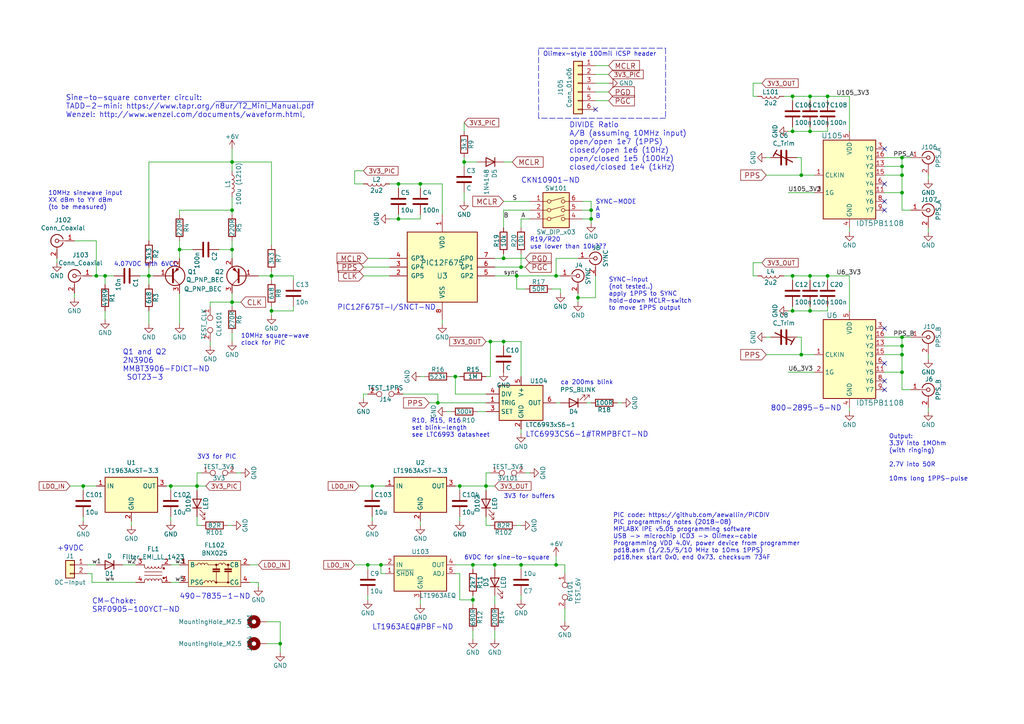
<source format=kicad_sch>
(kicad_sch (version 20211123) (generator eeschema)
  (paper "A4")
  (title_block (title "PICDIV - PPS-board - v3") (rev "2019-01") (company "anders.e.e.wallin \"at\" gmail.com") (comment 1 "2018-08-01 first proto-boards order") (comment 2 "2018-08 revision based on first protoboard, second protoboard run") (comment 3 "2019-01 version3 design, publish on github"))
  (junction (at 229.87 27.94))
  (junction (at 229.87 90.17))
  (junction (at 229.87 80.01))
  (junction (at 229.87 38.1))
  (junction (at 149.86 80.01))
  (junction (at 171.45 63.5))
  (junction (at 121.92 53.34))
  (junction (at 142.24 99.06))
  (junction (at 234.95 27.94))
  (junction (at 137.16 163.83))
  (junction (at 167.64 86.36))
  (junction (at 30.48 80.01))
  (junction (at 261.62 102.87))
  (junction (at 146.05 99.06))
  (junction (at 67.31 87.63))
  (junction (at 234.95 90.17))
  (junction (at 232.41 50.8))
  (junction (at 67.31 60.96))
  (junction (at 78.74 90.17))
  (junction (at 52.07 72.39))
  (junction (at 67.31 46.99))
  (junction (at 110.49 163.83))
  (junction (at 234.95 38.1))
  (junction (at 134.62 46.99))
  (junction (at 137.16 173.99))
  (junction (at 132.08 109.22))
  (junction (at 57.15 140.97))
  (junction (at 78.74 80.01))
  (junction (at 81.28 186.69))
  (junction (at 43.18 80.01))
  (junction (at 161.29 163.83))
  (junction (at 140.97 140.97))
  (junction (at 261.62 48.26))
  (junction (at 151.13 77.47))
  (junction (at 240.03 80.01))
  (junction (at 49.53 140.97))
  (junction (at 232.41 102.87))
  (junction (at 261.62 97.79))
  (junction (at 107.95 140.97))
  (junction (at 24.13 140.97))
  (junction (at 161.29 80.01))
  (junction (at 261.62 50.8))
  (junction (at 67.31 72.39))
  (junction (at 127 116.84))
  (junction (at 115.57 63.5))
  (junction (at 171.45 60.96))
  (junction (at 146.05 74.93))
  (junction (at 234.95 80.01))
  (junction (at 143.51 163.83))
  (junction (at 240.03 27.94))
  (junction (at 133.35 140.97))
  (junction (at 151.13 163.83))
  (junction (at 261.62 45.72))
  (junction (at 27.94 80.01))
  (junction (at 261.62 100.33))
  (junction (at 261.62 55.88))
  (junction (at 261.62 107.95))
  (junction (at 106.68 163.83))
  (junction (at 115.57 53.34))
  (no_connect (at 256.54 53.34))
  (no_connect (at 256.54 58.42))
  (no_connect (at 256.54 43.18))
  (no_connect (at 172.72 31.75))
  (no_connect (at 256.54 113.03))
  (no_connect (at 256.54 95.25))
  (no_connect (at 256.54 105.41))
  (no_connect (at 256.54 110.49))
  (no_connect (at 256.54 60.96))
  (wire (pts (xy 234.95 36.83) (xy 234.95 38.1)))
  (wire (pts (xy 161.29 80.01) (xy 149.86 80.01)))
  (wire (pts (xy 30.48 82.55) (xy 30.48 80.01)))
  (wire (pts (xy 176.53 21.59) (xy 172.72 21.59)))
  (wire (pts (xy 81.28 180.34) (xy 81.28 186.69)))
  (wire (pts (xy 256.54 45.72) (xy 261.62 45.72)))
  (wire (pts (xy 171.45 63.5) (xy 171.45 64.77)))
  (wire (pts (xy 151.13 125.73) (xy 151.13 124.46)))
  (wire (pts (xy 176.53 19.05) (xy 172.72 19.05)))
  (wire (pts (xy 240.03 90.17) (xy 240.03 88.9)))
  (polyline (pts (xy 156.21 13.97) (xy 193.04 13.97)))
  (wire (pts (xy 171.45 116.84) (xy 170.18 116.84)))
  (wire (pts (xy 140.97 99.06) (xy 142.24 99.06)))
  (wire (pts (xy 261.62 55.88) (xy 261.62 50.8)))
  (wire (pts (xy 148.59 46.99) (xy 146.05 46.99)))
  (wire (pts (xy 140.97 119.38) (xy 138.43 119.38)))
  (wire (pts (xy 106.68 163.83) (xy 102.87 163.83)))
  (wire (pts (xy 27.94 140.97) (xy 24.13 140.97)))
  (wire (pts (xy 21.59 86.36) (xy 21.59 85.09)))
  (wire (pts (xy 162.56 83.82) (xy 160.02 83.82)))
  (wire (pts (xy 261.62 60.96) (xy 261.62 55.88)))
  (wire (pts (xy 152.4 74.93) (xy 146.05 74.93)))
  (wire (pts (xy 78.74 71.12) (xy 78.74 46.99)))
  (wire (pts (xy 151.13 109.22) (xy 151.13 99.06)))
  (wire (pts (xy 234.95 38.1) (xy 240.03 38.1)))
  (wire (pts (xy 132.08 163.83) (xy 137.16 163.83)))
  (wire (pts (xy 261.62 45.72) (xy 264.16 45.72)))
  (wire (pts (xy 52.07 168.91) (xy 49.53 168.91)))
  (wire (pts (xy 264.16 60.96) (xy 261.62 60.96)))
  (wire (pts (xy 228.6 90.17) (xy 229.87 90.17)))
  (wire (pts (xy 246.38 119.38) (xy 246.38 118.11)))
  (wire (pts (xy 223.52 97.79) (xy 222.25 97.79)))
  (wire (pts (xy 74.93 80.01) (xy 78.74 80.01)))
  (wire (pts (xy 39.37 163.83) (xy 35.56 163.83)))
  (wire (pts (xy 256.54 107.95) (xy 261.62 107.95)))
  (wire (pts (xy 161.29 163.83) (xy 161.29 161.29)))
  (polyline (pts (xy 193.04 13.97) (xy 193.04 34.29)))
  (wire (pts (xy 78.74 80.01) (xy 85.09 80.01)))
  (wire (pts (xy 67.31 99.06) (xy 67.31 96.52)))
  (wire (pts (xy 25.4 163.83) (xy 27.94 163.83)))
  (wire (pts (xy 143.51 77.47) (xy 151.13 77.47)))
  (wire (pts (xy 261.62 107.95) (xy 261.62 102.87)))
  (wire (pts (xy 229.87 36.83) (xy 229.87 38.1)))
  (wire (pts (xy 246.38 80.01) (xy 240.03 80.01)))
  (wire (pts (xy 27.94 80.01) (xy 30.48 80.01)))
  (wire (pts (xy 134.62 45.72) (xy 134.62 46.99)))
  (wire (pts (xy 55.88 72.39) (xy 52.07 72.39)))
  (wire (pts (xy 128.27 93.98) (xy 128.27 92.71)))
  (wire (pts (xy 240.03 80.01) (xy 234.95 80.01)))
  (wire (pts (xy 143.51 185.42) (xy 143.51 182.88)))
  (wire (pts (xy 78.74 78.74) (xy 78.74 80.01)))
  (wire (pts (xy 140.97 140.97) (xy 140.97 142.24)))
  (wire (pts (xy 151.13 152.4) (xy 149.86 152.4)))
  (wire (pts (xy 111.76 163.83) (xy 110.49 163.83)))
  (wire (pts (xy 113.03 77.47) (xy 105.41 77.47)))
  (wire (pts (xy 151.13 173.99) (xy 151.13 172.72)))
  (wire (pts (xy 121.92 62.23) (xy 121.92 63.5)))
  (wire (pts (xy 168.91 58.42) (xy 171.45 58.42)))
  (wire (pts (xy 43.18 80.01) (xy 43.18 82.55)))
  (wire (pts (xy 163.83 163.83) (xy 163.83 166.37)))
  (wire (pts (xy 246.38 27.94) (xy 240.03 27.94)))
  (wire (pts (xy 142.24 109.22) (xy 140.97 109.22)))
  (wire (pts (xy 52.07 60.96) (xy 67.31 60.96)))
  (wire (pts (xy 16.51 76.2) (xy 16.51 74.93)))
  (wire (pts (xy 138.43 46.99) (xy 134.62 46.99)))
  (wire (pts (xy 261.62 102.87) (xy 261.62 100.33)))
  (wire (pts (xy 26.67 166.37) (xy 25.4 166.37)))
  (wire (pts (xy 229.87 81.28) (xy 229.87 80.01)))
  (wire (pts (xy 229.87 90.17) (xy 234.95 90.17)))
  (wire (pts (xy 102.87 53.34) (xy 105.41 53.34)))
  (wire (pts (xy 140.97 116.84) (xy 127 116.84)))
  (wire (pts (xy 232.41 102.87) (xy 222.25 102.87)))
  (wire (pts (xy 231.14 45.72) (xy 232.41 45.72)))
  (wire (pts (xy 161.29 74.93) (xy 161.29 80.01)))
  (wire (pts (xy 72.39 168.91) (xy 74.93 168.91)))
  (wire (pts (xy 137.16 173.99) (xy 137.16 175.26)))
  (wire (pts (xy 49.53 140.97) (xy 49.53 142.24)))
  (wire (pts (xy 40.64 80.01) (xy 43.18 80.01)))
  (wire (pts (xy 43.18 46.99) (xy 43.18 69.85)))
  (wire (pts (xy 52.07 60.96) (xy 52.07 62.23)))
  (wire (pts (xy 106.68 173.99) (xy 106.68 172.72)))
  (wire (pts (xy 49.53 140.97) (xy 57.15 140.97)))
  (wire (pts (xy 149.86 80.01) (xy 143.51 80.01)))
  (wire (pts (xy 67.31 152.4) (xy 66.04 152.4)))
  (wire (pts (xy 149.86 83.82) (xy 149.86 80.01)))
  (wire (pts (xy 142.24 99.06) (xy 146.05 99.06)))
  (wire (pts (xy 143.51 74.93) (xy 146.05 74.93)))
  (wire (pts (xy 143.51 163.83) (xy 151.13 163.83)))
  (wire (pts (xy 151.13 99.06) (xy 146.05 99.06)))
  (wire (pts (xy 133.35 173.99) (xy 137.16 173.99)))
  (wire (pts (xy 132.08 109.22) (xy 130.81 109.22)))
  (wire (pts (xy 232.41 50.8) (xy 222.25 50.8)))
  (wire (pts (xy 163.83 180.34) (xy 163.83 176.53)))
  (wire (pts (xy 21.59 69.85) (xy 27.94 69.85)))
  (wire (pts (xy 153.67 63.5) (xy 151.13 63.5)))
  (polyline (pts (xy 156.21 34.29) (xy 156.21 13.97)))
  (wire (pts (xy 142.24 99.06) (xy 142.24 109.22)))
  (wire (pts (xy 220.98 24.13) (xy 218.44 24.13)))
  (wire (pts (xy 113.03 74.93) (xy 106.68 74.93)))
  (wire (pts (xy 67.31 57.15) (xy 67.31 60.96)))
  (wire (pts (xy 102.87 49.53) (xy 102.87 53.34)))
  (wire (pts (xy 261.62 100.33) (xy 261.62 97.79)))
  (wire (pts (xy 151.13 163.83) (xy 151.13 165.1)))
  (wire (pts (xy 140.97 137.16) (xy 140.97 140.97)))
  (wire (pts (xy 261.62 48.26) (xy 261.62 45.72)))
  (wire (pts (xy 67.31 69.85) (xy 67.31 72.39)))
  (wire (pts (xy 256.54 50.8) (xy 261.62 50.8)))
  (wire (pts (xy 143.51 140.97) (xy 140.97 140.97)))
  (wire (pts (xy 229.87 88.9) (xy 229.87 90.17)))
  (wire (pts (xy 137.16 172.72) (xy 137.16 173.99)))
  (wire (pts (xy 132.08 166.37) (xy 133.35 166.37)))
  (wire (pts (xy 43.18 77.47) (xy 43.18 80.01)))
  (wire (pts (xy 133.35 151.13) (xy 133.35 149.86)))
  (wire (pts (xy 106.68 165.1) (xy 106.68 163.83)))
  (wire (pts (xy 121.92 63.5) (xy 115.57 63.5)))
  (wire (pts (xy 121.92 152.4) (xy 121.92 151.13)))
  (wire (pts (xy 105.41 114.3) (xy 105.41 115.57)))
  (wire (pts (xy 58.42 137.16) (xy 57.15 137.16)))
  (wire (pts (xy 127 114.3) (xy 127 116.84)))
  (wire (pts (xy 153.67 58.42) (xy 146.05 58.42)))
  (wire (pts (xy 146.05 74.93) (xy 146.05 73.66)))
  (wire (pts (xy 107.95 142.24) (xy 107.95 140.97)))
  (wire (pts (xy 264.16 113.03) (xy 261.62 113.03)))
  (wire (pts (xy 67.31 60.96) (xy 67.31 62.23)))
  (wire (pts (xy 107.95 151.13) (xy 107.95 149.86)))
  (wire (pts (xy 26.67 168.91) (xy 26.67 166.37)))
  (wire (pts (xy 116.84 114.3) (xy 127 114.3)))
  (wire (pts (xy 68.58 137.16) (xy 69.85 137.16)))
  (wire (pts (xy 256.54 100.33) (xy 261.62 100.33)))
  (wire (pts (xy 246.38 67.31) (xy 246.38 66.04)))
  (wire (pts (xy 261.62 97.79) (xy 264.16 97.79)))
  (wire (pts (xy 52.07 72.39) (xy 52.07 74.93)))
  (wire (pts (xy 256.54 97.79) (xy 261.62 97.79)))
  (wire (pts (xy 168.91 60.96) (xy 171.45 60.96)))
  (wire (pts (xy 67.31 87.63) (xy 67.31 88.9)))
  (wire (pts (xy 77.47 186.69) (xy 81.28 186.69)))
  (wire (pts (xy 246.38 38.1) (xy 246.38 27.94)))
  (wire (pts (xy 167.64 86.36) (xy 167.64 87.63)))
  (wire (pts (xy 130.81 119.38) (xy 129.54 119.38)))
  (wire (pts (xy 229.87 38.1) (xy 234.95 38.1)))
  (wire (pts (xy 232.41 45.72) (xy 232.41 50.8)))
  (wire (pts (xy 143.51 175.26) (xy 143.51 172.72)))
  (wire (pts (xy 133.35 140.97) (xy 140.97 140.97)))
  (wire (pts (xy 67.31 43.18) (xy 67.31 46.99)))
  (wire (pts (xy 127 116.84) (xy 124.46 116.84)))
  (wire (pts (xy 137.16 163.83) (xy 143.51 163.83)))
  (wire (pts (xy 234.95 88.9) (xy 234.95 90.17)))
  (wire (pts (xy 269.24 52.07) (xy 269.24 50.8)))
  (wire (pts (xy 234.95 81.28) (xy 234.95 80.01)))
  (wire (pts (xy 153.67 60.96) (xy 146.05 60.96)))
  (wire (pts (xy 269.24 104.14) (xy 269.24 102.87)))
  (wire (pts (xy 229.87 29.21) (xy 229.87 27.94)))
  (wire (pts (xy 240.03 27.94) (xy 234.95 27.94)))
  (wire (pts (xy 176.53 29.21) (xy 172.72 29.21)))
  (wire (pts (xy 234.95 27.94) (xy 229.87 27.94)))
  (wire (pts (xy 152.4 77.47) (xy 151.13 77.47)))
  (wire (pts (xy 232.41 97.79) (xy 232.41 102.87)))
  (wire (pts (xy 113.03 53.34) (xy 115.57 53.34)))
  (wire (pts (xy 146.05 60.96) (xy 146.05 66.04)))
  (wire (pts (xy 24.13 142.24) (xy 24.13 140.97)))
  (wire (pts (xy 132.08 140.97) (xy 133.35 140.97)))
  (wire (pts (xy 24.13 151.13) (xy 24.13 149.86)))
  (wire (pts (xy 228.6 38.1) (xy 229.87 38.1)))
  (wire (pts (xy 110.49 166.37) (xy 110.49 163.83)))
  (wire (pts (xy 161.29 163.83) (xy 163.83 163.83)))
  (wire (pts (xy 115.57 53.34) (xy 121.92 53.34)))
  (wire (pts (xy 256.54 48.26) (xy 261.62 48.26)))
  (wire (pts (xy 137.16 185.42) (xy 137.16 182.88)))
  (wire (pts (xy 132.08 114.3) (xy 140.97 114.3)))
  (wire (pts (xy 78.74 91.44) (xy 78.74 90.17)))
  (wire (pts (xy 220.98 76.2) (xy 218.44 76.2)))
  (wire (pts (xy 43.18 80.01) (xy 44.45 80.01)))
  (wire (pts (xy 146.05 99.06) (xy 146.05 100.33)))
  (wire (pts (xy 151.13 63.5) (xy 151.13 66.04)))
  (wire (pts (xy 133.35 140.97) (xy 133.35 142.24)))
  (wire (pts (xy 59.69 140.97) (xy 57.15 140.97)))
  (wire (pts (xy 134.62 58.42) (xy 134.62 55.88)))
  (wire (pts (xy 223.52 45.72) (xy 222.25 45.72)))
  (wire (pts (xy 52.07 85.09) (xy 52.07 93.98)))
  (wire (pts (xy 151.13 163.83) (xy 161.29 163.83)))
  (wire (pts (xy 234.95 80.01) (xy 229.87 80.01)))
  (wire (pts (xy 85.09 90.17) (xy 78.74 90.17)))
  (wire (pts (xy 218.44 76.2) (xy 218.44 80.01)))
  (wire (pts (xy 115.57 63.5) (xy 113.03 63.5)))
  (wire (pts (xy 234.95 29.21) (xy 234.95 27.94)))
  (wire (pts (xy 121.92 54.61) (xy 121.92 53.34)))
  (wire (pts (xy 85.09 80.01) (xy 85.09 81.28)))
  (wire (pts (xy 24.13 140.97) (xy 20.32 140.97)))
  (wire (pts (xy 26.67 80.01) (xy 27.94 80.01)))
  (wire (pts (xy 229.87 80.01) (xy 227.33 80.01)))
  (wire (pts (xy 30.48 92.71) (xy 30.48 90.17)))
  (wire (pts (xy 128.27 53.34) (xy 128.27 62.23)))
  (wire (pts (xy 123.19 109.22) (xy 121.92 109.22)))
  (wire (pts (xy 57.15 140.97) (xy 57.15 142.24)))
  (wire (pts (xy 60.96 99.06) (xy 60.96 100.33)))
  (wire (pts (xy 140.97 152.4) (xy 142.24 152.4)))
  (wire (pts (xy 63.5 72.39) (xy 67.31 72.39)))
  (wire (pts (xy 57.15 152.4) (xy 58.42 152.4)))
  (wire (pts (xy 162.56 80.01) (xy 161.29 80.01)))
  (wire (pts (xy 151.13 77.47) (xy 151.13 73.66)))
  (wire (pts (xy 52.07 163.83) (xy 49.53 163.83)))
  (wire (pts (xy 39.37 168.91) (xy 26.67 168.91)))
  (wire (pts (xy 234.95 90.17) (xy 240.03 90.17)))
  (wire (pts (xy 43.18 93.98) (xy 43.18 90.17)))
  (wire (pts (xy 110.49 163.83) (xy 106.68 163.83)))
  (wire (pts (xy 69.85 87.63) (xy 67.31 87.63)))
  (wire (pts (xy 219.71 27.94) (xy 218.44 27.94)))
  (wire (pts (xy 180.34 116.84) (xy 179.07 116.84)))
  (wire (pts (xy 140.97 149.86) (xy 140.97 152.4)))
  (wire (pts (xy 43.18 46.99) (xy 67.31 46.99)))
  (wire (pts (xy 219.71 80.01) (xy 218.44 80.01)))
  (wire (pts (xy 132.08 109.22) (xy 132.08 114.3)))
  (wire (pts (xy 168.91 63.5) (xy 171.45 63.5)))
  (wire (pts (xy 78.74 90.17) (xy 78.74 88.9)))
  (wire (pts (xy 152.4 83.82) (xy 149.86 83.82)))
  (wire (pts (xy 229.87 27.94) (xy 227.33 27.94)))
  (wire (pts (xy 133.35 166.37) (xy 133.35 173.99)))
  (wire (pts (xy 78.74 46.99) (xy 67.31 46.99)))
  (wire (pts (xy 115.57 54.61) (xy 115.57 53.34)))
  (wire (pts (xy 133.35 109.22) (xy 132.08 109.22)))
  (wire (pts (xy 269.24 67.31) (xy 269.24 66.04)))
  (wire (pts (xy 49.53 151.13) (xy 49.53 149.86)))
  (wire (pts (xy 52.07 69.85) (xy 52.07 72.39)))
  (wire (pts (xy 134.62 46.99) (xy 134.62 48.26)))
  (wire (pts (xy 67.31 46.99) (xy 67.31 49.53)))
  (wire (pts (xy 107.95 140.97) (xy 104.14 140.97)))
  (wire (pts (xy 143.51 163.83) (xy 143.51 165.1)))
  (wire (pts (xy 113.03 80.01) (xy 105.41 80.01)))
  (wire (pts (xy 105.41 49.53) (xy 102.87 49.53)))
  (wire (pts (xy 72.39 163.83) (xy 74.93 163.83)))
  (wire (pts (xy 57.15 137.16) (xy 57.15 140.97)))
  (wire (pts (xy 231.14 97.79) (xy 232.41 97.79)))
  (wire (pts (xy 111.76 166.37) (xy 110.49 166.37)))
  (wire (pts (xy 162.56 85.09) (xy 162.56 83.82)))
  (wire (pts (xy 236.22 102.87) (xy 232.41 102.87)))
  (wire (pts (xy 121.92 53.34) (xy 128.27 53.34)))
  (wire (pts (xy 167.64 85.09) (xy 167.64 86.36)))
  (wire (pts (xy 121.92 175.26) (xy 121.92 173.99)))
  (wire (pts (xy 240.03 80.01) (xy 240.03 81.28)))
  (wire (pts (xy 85.09 88.9) (xy 85.09 90.17)))
  (wire (pts (xy 67.31 72.39) (xy 67.31 74.93)))
  (wire (pts (xy 60.96 87.63) (xy 60.96 88.9)))
  (wire (pts (xy 67.31 87.63) (xy 60.96 87.63)))
  (wire (pts (xy 134.62 38.1) (xy 134.62 35.56)))
  (wire (pts (xy 27.94 69.85) (xy 27.94 80.01)))
  (wire (pts (xy 269.24 119.38) (xy 269.24 118.11)))
  (wire (pts (xy 77.47 180.34) (xy 81.28 180.34)))
  (wire (pts (xy 162.56 116.84) (xy 161.29 116.84)))
  (wire (pts (xy 256.54 55.88) (xy 261.62 55.88)))
  (wire (pts (xy 246.38 90.17) (xy 246.38 80.01)))
  (wire (pts (xy 57.15 149.86) (xy 57.15 152.4)))
  (wire (pts (xy 78.74 80.01) (xy 78.74 81.28)))
  (wire (pts (xy 261.62 113.03) (xy 261.62 107.95)))
  (wire (pts (xy 152.4 137.16) (xy 153.67 137.16)))
  (wire (pts (xy 115.57 62.23) (xy 115.57 63.5)))
  (wire (pts (xy 67.31 85.09) (xy 67.31 87.63)))
  (wire (pts (xy 161.29 74.93) (xy 167.64 74.93)))
  (wire (pts (xy 142.24 137.16) (xy 140.97 137.16)))
  (wire (pts (xy 236.22 50.8) (xy 232.41 50.8)))
  (wire (pts (xy 74.93 168.91) (xy 74.93 170.18)))
  (wire (pts (xy 48.26 140.97) (xy 49.53 140.97)))
  (wire (pts (xy 81.28 186.69) (xy 81.28 189.23)))
  (wire (pts (xy 176.53 26.67) (xy 172.72 26.67)))
  (wire (pts (xy 38.1 152.4) (xy 38.1 151.13)))
  (wire (pts (xy 137.16 163.83) (xy 137.16 165.1)))
  (polyline (pts (xy 193.04 34.29) (xy 156.21 34.29)))
  (wire (pts (xy 256.54 102.87) (xy 261.62 102.87)))
  (wire (pts (xy 30.48 80.01) (xy 33.02 80.01)))
  (wire (pts (xy 171.45 60.96) (xy 171.45 63.5)))
  (wire (pts (xy 236.22 55.88) (xy 228.6 55.88)))
  (wire (pts (xy 106.68 114.3) (xy 105.41 114.3)))
  (wire (pts (xy 240.03 38.1) (xy 240.03 36.83)))
  (wire (pts (xy 176.53 24.13) (xy 172.72 24.13)))
  (wire (pts (xy 111.76 140.97) (xy 107.95 140.97)))
  (wire (pts (xy 240.03 27.94) (xy 240.03 29.21)))
  (wire (pts (xy 218.44 24.13) (xy 218.44 27.94)))
  (wire (pts (xy 236.22 107.95) (xy 228.6 107.95)))
  (wire (pts (xy 172.72 80.01) (xy 172.72 86.36)))
  (wire (pts (xy 261.62 50.8) (xy 261.62 48.26)))
  (wire (pts (xy 171.45 58.42) (xy 171.45 60.96)))
  (wire (pts (xy 172.72 86.36) (xy 167.64 86.36)))
  (text "LT1963AEQ#PBF-ND" (at 107.95 182.88 0) (effects (font (size 1.524 1.524)) (justify left bottom)))
  (text "PIC code: https://github.com/aewallin/PICDIV\nPIC programming notes (2018-08)\nMPLABX IPE v5.05 programming software\nUSB -> microchip ICD3 -> Olimex-cable\nProgramming VDD 4.0V, power device from programmer\npd18.asm (1/2.5/5/10 MHz to 10ms 1PPS)\npd18.hex start 0x0, end 0x73. checksum 734F\n" (at 177.8 162.56 0) (effects (font (size 1.27 1.27)) (justify left bottom)))
  (text "+9VDC" (at 16.51 160.02 0) (effects (font (size 1.524 1.524)) (justify left bottom)))
  (text "10MHz square-wave \nclock for PIC" (at 69.85 100.33 0) (effects (font (size 1.27 1.27)) (justify left bottom)))
  (text "DIVIDE Ratio\nA/B (assuming 10MHz input)\nopen/open 1e7 (1PPS)\nclosed/open 1e6 (10Hz)\nopen/closed 1e5 (100Hz)\nclosed/closed 1e4 (1kHz)\n" (at 165.1 49.53 0) (effects (font (size 1.524 1.524)) (justify left bottom)))
  (text "Output:\n3.3V into 1MOhm \n(with ringing)\n\n2.7V into 50R\n\n10ms long 1PPS-pulse" (at 257.81 139.7 0) (effects (font (size 1.27 1.27)) (justify left bottom)))
  (text "ca 200ms blink" (at 162.56 111.76 0) (effects (font (size 1.27 1.27)) (justify left bottom)))
  (text "SYNC-MODE\nA\nB" (at 172.72 63.5 0) (effects (font (size 1.27 1.27)) (justify left bottom)))
  (text "R10, R15, R16\nset blink-length\nsee LTC6993 datasheet" (at 119.38 127 0) (effects (font (size 1.27 1.27)) (justify left bottom)))
  (text "LTC6993CS6-1#TRMPBFCT-ND" (at 152.4 127 0) (effects (font (size 1.524 1.524)) (justify left bottom)))
  (text "CKN10901-ND " (at 151.13 53.34 0) (effects (font (size 1.524 1.524)) (justify left bottom)))
  (text "3V3 for buffers" (at 146.05 144.78 0) (effects (font (size 1.27 1.27)) (justify left bottom)))
  (text "Sine-to-square converter circuit:\nTADD-2-mini: https://www.tapr.org/~{n8ur/T2_Mini_Manual.pdf} \nWenzel: http://www.wenzel.com/documents/waveform.html," (at 19.05 34.29 0) (effects (font (size 1.524 1.524)) (justify left bottom)))
  (text "CM-Choke:\nSRF0905-100YCT-ND " (at 26.67 177.8 0) (effects (font (size 1.524 1.524)) (justify left bottom)))
  (text "490-7835-1-ND" (at 52.07 173.99 0) (effects (font (size 1.524 1.524)) (justify left bottom)))
  (text "Olimex-style 100mil ICSP header" (at 157.48 16.51 0) (effects (font (size 1.27 1.27)) (justify left bottom)))
  (text "R19/R20\nuse lower than 10k???" (at 153.67 72.39 0) (effects (font (size 1.27 1.27)) (justify left bottom)))
  (text "\nQ1 and Q2\n2N3906\nMMBT3906-FDICT-ND  \n SOT23-3" (at 35.56 110.49 0) (effects (font (size 1.524 1.524)) (justify left bottom)))
  (text "800-2895-5-ND" (at 223.52 119.38 0) (effects (font (size 1.524 1.524)) (justify left bottom)))
  (text "6VDC for sine-to-square" (at 134.62 162.56 0) (effects (font (size 1.27 1.27)) (justify left bottom)))
  (text "3V3 for PIC" (at 57.15 133.35 0) (effects (font (size 1.27 1.27)) (justify left bottom)))
  (text "10MHz sinewave input\nXX dBm to YY dBm \n(to be measured)" (at 13.97 60.96 0) (effects (font (size 1.27 1.27)) (justify left bottom)))
  (text "PIC12F675T-I/SNCT-ND" (at 97.79 90.17 0) (effects (font (size 1.524 1.524)) (justify left bottom)))
  (text "SYNC-input\n(not tested..)\napply 1PPS to SYNC\nhold-down MCLR-switch\nto move 1PPS output" (at 176.53 90.17 0) (effects (font (size 1.27 1.27)) (justify left bottom)))
  (text "4.07VDC with 6VCC" (at 33.02 77.47 0) (effects (font (size 1.27 1.27)) (justify left bottom)))
  (label "U105_3V3" (at 242.57 27.94 0))
  (label "PPS_B" (at 259.08 97.79 0))
  (label "U6_3V3" (at 242.57 80.01 0))
  (label "B" (at 146.05 63.5 0))
  (label "w1" (at 26.67 163.83 0))
  (label "U6_3V3" (at 228.6 107.95 0))
  (label "sync" (at 146.05 80.01 0))
  (label "PPS_A" (at 259.08 45.72 0))
  (label "w4" (at 30.48 168.91 0))
  (label "w3" (at 50.8 163.83 0))
  (label "S" (at 148.59 58.42 0))
  (label "A" (at 151.13 63.5 0))
  (label "w5" (at 50.8 168.91 0))
  (label "U105_3V3" (at 228.6 55.88 0))
  (label "w2" (at 36.83 163.83 0))
  (global_label "3V3_PIC" (shape input) (at 105.41 49.53 0) (property "Intersheet References" "${INTERSHEET_REFS}" (effects hide)))
  (global_label "3V3_PIC" (shape input) (at 59.69 140.97 0) (property "Intersheet References" "${INTERSHEET_REFS}" (effects hide)))
  (global_label "PPS" (shape input) (at 105.41 77.47 180) (effects (font (size 1.524 1.524))) (property "Intersheet References" "${INTERSHEET_REFS}" (effects hide)))
  (global_label "LDO_IN" (shape input) (at 74.93 163.83 0) (property "Intersheet References" "${INTERSHEET_REFS}" (effects hide)))
  (global_label "3V3_OUT" (shape input) (at 143.51 140.97 0) (property "Intersheet References" "${INTERSHEET_REFS}" (effects hide)))
  (global_label "3V3_PIC" (shape input) (at 134.62 35.56 0) (property "Intersheet References" "${INTERSHEET_REFS}" (effects hide)))
  (global_label "PPS" (shape input) (at 222.25 50.8 180) (effects (font (size 1.524 1.524))) (property "Intersheet References" "${INTERSHEET_REFS}" (effects hide)))
  (global_label "3V3_OUT" (shape input) (at 220.98 76.2 0) (property "Intersheet References" "${INTERSHEET_REFS}" (effects hide)))
  (global_label "PPS" (shape input) (at 222.25 102.87 180) (effects (font (size 1.524 1.524))) (property "Intersheet References" "${INTERSHEET_REFS}" (effects hide)))
  (global_label "PPS" (shape input) (at 124.46 116.84 180) (effects (font (size 1.524 1.524))) (property "Intersheet References" "${INTERSHEET_REFS}" (effects hide)))
  (global_label "CLK" (shape input) (at 105.41 80.01 180) (effects (font (size 1.524 1.524))) (property "Intersheet References" "${INTERSHEET_REFS}" (effects hide)))
  (global_label "MCLR" (shape input) (at 146.05 58.42 180) (effects (font (size 1.524 1.524))) (property "Intersheet References" "${INTERSHEET_REFS}" (effects hide)))
  (global_label "CLK" (shape input) (at 69.85 87.63 0) (effects (font (size 1.524 1.524))) (property "Intersheet References" "${INTERSHEET_REFS}" (effects hide)))
  (global_label "3V3_PIC" (shape input) (at 176.53 21.59 0) (property "Intersheet References" "${INTERSHEET_REFS}" (effects hide)))
  (global_label "MCLR" (shape input) (at 148.59 46.99 0) (effects (font (size 1.524 1.524))) (property "Intersheet References" "${INTERSHEET_REFS}" (effects hide)))
  (global_label "PGD" (shape input) (at 152.4 74.93 0) (effects (font (size 1.524 1.524))) (property "Intersheet References" "${INTERSHEET_REFS}" (effects hide)))
  (global_label "3V3_OUT" (shape input) (at 220.98 24.13 0) (property "Intersheet References" "${INTERSHEET_REFS}" (effects hide)))
  (global_label "PGC" (shape input) (at 176.53 29.21 0) (effects (font (size 1.524 1.524))) (property "Intersheet References" "${INTERSHEET_REFS}" (effects hide)))
  (global_label "LDO_IN" (shape input) (at 102.87 163.83 180) (property "Intersheet References" "${INTERSHEET_REFS}" (effects hide)))
  (global_label "LDO_IN" (shape input) (at 20.32 140.97 180) (property "Intersheet References" "${INTERSHEET_REFS}" (effects hide)))
  (global_label "PGC" (shape input) (at 152.4 77.47 0) (effects (font (size 1.524 1.524))) (property "Intersheet References" "${INTERSHEET_REFS}" (effects hide)))
  (global_label "LDO_IN" (shape input) (at 104.14 140.97 180) (property "Intersheet References" "${INTERSHEET_REFS}" (effects hide)))
  (global_label "PGD" (shape input) (at 176.53 26.67 0) (effects (font (size 1.524 1.524))) (property "Intersheet References" "${INTERSHEET_REFS}" (effects hide)))
  (global_label "MCLR" (shape input) (at 106.68 74.93 180) (effects (font (size 1.524 1.524))) (property "Intersheet References" "${INTERSHEET_REFS}" (effects hide)))
  (global_label "MCLR" (shape input) (at 176.53 19.05 0) (effects (font (size 1.524 1.524))) (property "Intersheet References" "${INTERSHEET_REFS}" (effects hide)))
  (global_label "3V3_OUT" (shape input) (at 140.97 99.06 180) (property "Intersheet References" "${INTERSHEET_REFS}" (effects hide)))
  (symbol (lib_id "MCU_Microchip_PIC12:PIC12F675-ISN") (at 128.27 77.47 0) (mirror y) (unit 1)
    (property "Reference" "U3" (at 128.27 80.01 0) (effects (font (size 1.524 1.524))))
    (property "Value" "PIC12F675" (at 128.27 76.2 0) (effects (font (size 1.524 1.524))))
    (property "Footprint" "Package_SO:SOIC-8_3.9x4.9mm_P1.27mm" (effects hide))
  )
  (symbol (lib_id "Device:C") (at 121.92 58.42 0) (unit 1)
    (property "Reference" "C4" (at 122.555 55.88 0) (effects (justify left)))
    (property "Value" "100n" (at 122.555 60.96 0) (effects (justify left)))
    (property "Footprint" "Capacitor_SMD:C_0805_2012Metric" (effects hide))
  )
  (symbol (lib_id "Device:C") (at 115.57 58.42 0) (unit 1)
    (property "Reference" "C5" (at 116.205 55.88 0) (effects (justify left)))
    (property "Value" "10u" (at 116.205 60.96 0) (effects (justify left)))
    (property "Footprint" "Capacitor_SMD:C_0805_2012Metric" (effects hide))
  )
  (symbol (lib_id "Device:L") (at 109.22 53.34 270) (unit 1)
    (property "Reference" "L2" (at 109.22 52.07 90))
    (property "Value" "2u2" (at 109.22 55.245 90))
    (property "Footprint" "Inductor_SMD:L_0805_2012Metric" (effects hide))
  )
  (symbol (lib_id "power:GND") (at 21.59 86.36 0) (unit 1)
    (property "Reference" "#PWR03" (effects hide))
    (property "Value" "GND" (at 21.59 90.17 0))
  )
  (symbol (lib_id "Device:R") (at 30.48 86.36 0) (unit 1)
    (property "Reference" "R1" (at 32.512 86.36 90))
    (property "Value" "49R9" (at 30.48 86.36 90))
    (property "Footprint" "Resistor_SMD:R_0805_2012Metric" (effects hide))
  )
  (symbol (lib_id "Device:C") (at 36.83 80.01 270) (unit 1)
    (property "Reference" "C1" (at 39.37 80.645 0) (effects (justify left)))
    (property "Value" "10n" (at 34.29 80.645 0) (effects (justify left)))
    (property "Footprint" "Capacitor_SMD:C_0805_2012Metric" (effects hide))
  )
  (symbol (lib_id "Device:R") (at 43.18 86.36 0) (unit 1)
    (property "Reference" "R3" (at 45.212 86.36 90))
    (property "Value" "6k8" (at 43.18 86.36 90))
    (property "Footprint" "Resistor_SMD:R_0805_2012Metric" (effects hide))
  )
  (symbol (lib_id "Device:R") (at 43.18 73.66 0) (unit 1)
    (property "Reference" "R2" (at 45.212 73.66 90))
    (property "Value" "3k3" (at 43.18 73.66 90))
    (property "Footprint" "Resistor_SMD:R_0805_2012Metric" (effects hide))
  )
  (symbol (lib_id "Device:R") (at 52.07 66.04 0) (unit 1)
    (property "Reference" "R4" (at 54.102 66.04 90))
    (property "Value" "220R" (at 52.07 66.04 90))
    (property "Footprint" "Resistor_SMD:R_0805_2012Metric" (effects hide))
  )
  (symbol (lib_id "Device:C") (at 59.69 72.39 270) (unit 1)
    (property "Reference" "C2" (at 62.23 73.025 0) (effects (justify left)))
    (property "Value" "100n" (at 57.15 73.025 0) (effects (justify left)))
    (property "Footprint" "Capacitor_SMD:C_0805_2012Metric" (effects hide))
  )
  (symbol (lib_id "Device:R") (at 67.31 66.04 0) (unit 1)
    (property "Reference" "R5" (at 69.342 66.04 90))
    (property "Value" "220R" (at 67.31 66.04 90))
    (property "Footprint" "Resistor_SMD:R_0805_2012Metric" (effects hide))
  )
  (symbol (lib_id "Device:R") (at 78.74 85.09 0) (unit 1)
    (property "Reference" "R8" (at 80.772 85.09 90))
    (property "Value" "6k8" (at 78.74 85.09 90))
    (property "Footprint" "Resistor_SMD:R_0805_2012Metric" (effects hide))
  )
  (symbol (lib_id "Device:R") (at 78.74 74.93 0) (unit 1)
    (property "Reference" "R7" (at 80.772 74.93 90))
    (property "Value" "3k3" (at 78.74 74.93 90))
    (property "Footprint" "Resistor_SMD:R_0805_2012Metric" (effects hide))
  )
  (symbol (lib_id "Device:L") (at 67.31 53.34 0) (unit 1)
    (property "Reference" "L1" (at 66.04 53.34 90))
    (property "Value" "100u (1210)" (at 69.215 53.34 90))
    (property "Footprint" "Inductor_SMD:L_1210_3225Metric" (effects hide))
  )
  (symbol (lib_id "Device:R") (at 67.31 92.71 0) (unit 1)
    (property "Reference" "R6" (at 69.342 92.71 90))
    (property "Value" "270R" (at 67.31 92.71 90))
    (property "Footprint" "Resistor_SMD:R_0805_2012Metric" (effects hide))
  )
  (symbol (lib_id "power:GND") (at 30.48 92.71 0) (unit 1)
    (property "Reference" "#PWR04" (effects hide))
    (property "Value" "GND" (at 30.48 96.52 0))
  )
  (symbol (lib_id "power:GND") (at 43.18 93.98 0) (unit 1)
    (property "Reference" "#PWR05" (effects hide))
    (property "Value" "GND" (at 43.18 97.79 0))
  )
  (symbol (lib_id "power:GND") (at 52.07 93.98 0) (unit 1)
    (property "Reference" "#PWR06" (effects hide))
    (property "Value" "GND" (at 52.07 97.79 0))
  )
  (symbol (lib_id "power:GND") (at 67.31 99.06 0) (unit 1)
    (property "Reference" "#PWR07" (effects hide))
    (property "Value" "GND" (at 67.31 102.87 0))
  )
  (symbol (lib_id "power:GND") (at 78.74 91.44 0) (unit 1)
    (property "Reference" "#PWR08" (effects hide))
    (property "Value" "GND" (at 78.74 95.25 0))
  )
  (symbol (lib_id "power:+6V") (at 67.31 43.18 0) (unit 1)
    (property "Reference" "#PWR09" (effects hide))
    (property "Value" "+6V" (at 67.31 39.624 0))
  )
  (symbol (lib_id "Connector_Generic:Conn_01x02") (at 20.32 163.83 0) (mirror y) (unit 1)
    (property "Reference" "J1" (at 20.32 161.29 0))
    (property "Value" "DC-Input" (at 20.32 168.91 0))
    (property "Footprint" "Connectors_Terminal_Blocks:TerminalBlock_bornier-2_P5.08mm" (effects hide))
  )
  (symbol (lib_id "power:GND") (at 74.93 170.18 0) (unit 1)
    (property "Reference" "#PWR011" (effects hide))
    (property "Value" "GND" (at 74.93 173.99 0))
  )
  (symbol (lib_id "Device:R") (at 137.16 168.91 0) (unit 1)
    (property "Reference" "R11" (at 139.192 168.91 90))
    (property "Value" "2k7" (at 137.16 168.91 90))
    (property "Footprint" "Resistor_SMD:R_0805_2012Metric" (effects hide))
  )
  (symbol (lib_id "Device:R") (at 137.16 179.07 0) (unit 1)
    (property "Reference" "R12" (at 139.192 179.07 90))
    (property "Value" "680R" (at 137.16 179.07 90))
    (property "Footprint" "Resistor_SMD:R_0805_2012Metric" (effects hide))
  )
  (symbol (lib_id "Device:C") (at 151.13 168.91 0) (mirror x) (unit 1)
    (property "Reference" "C7" (at 151.765 171.45 0) (effects (justify left)))
    (property "Value" "10u" (at 151.765 166.37 0) (effects (justify left)))
    (property "Footprint" "Capacitor_SMD:C_0805_2012Metric" (effects hide))
  )
  (symbol (lib_id "Device:C") (at 106.68 168.91 0) (unit 1)
    (property "Reference" "C9" (at 107.315 166.37 0) (effects (justify left)))
    (property "Value" "10u" (at 107.315 171.45 0) (effects (justify left)))
    (property "Footprint" "Capacitor_SMD:C_0805_2012Metric" (effects hide))
  )
  (symbol (lib_id "Device:LED") (at 143.51 168.91 90) (unit 1)
    (property "Reference" "D3" (at 140.97 168.91 0))
    (property "Value" "LED" (at 146.05 168.91 0))
    (property "Footprint" "LED_SMD:LED_0805_2012Metric" (effects hide))
  )
  (symbol (lib_id "power:GND") (at 137.16 185.42 0) (unit 1)
    (property "Reference" "#PWR013" (effects hide))
    (property "Value" "GND" (at 137.16 189.23 0))
  )
  (symbol (lib_id "Device:R") (at 143.51 179.07 0) (unit 1)
    (property "Reference" "R14" (at 145.542 179.07 90))
    (property "Value" "200R" (at 143.51 179.07 90))
    (property "Footprint" "Resistor_SMD:R_0805_2012Metric" (effects hide))
  )
  (symbol (lib_id "power:GND") (at 143.51 185.42 0) (unit 1)
    (property "Reference" "#PWR014" (effects hide))
    (property "Value" "GND" (at 143.51 189.23 0))
  )
  (symbol (lib_id "power:GND") (at 151.13 173.99 0) (unit 1)
    (property "Reference" "#PWR015" (effects hide))
    (property "Value" "GND" (at 151.13 177.8 0))
  )
  (symbol (lib_id "power:+6V") (at 161.29 161.29 0) (unit 1)
    (property "Reference" "#PWR017" (effects hide))
    (property "Value" "+6V" (at 161.29 157.734 0))
  )
  (symbol (lib_id "Device:D") (at 31.75 163.83 180) (unit 1)
    (property "Reference" "D1" (at 31.75 166.37 0))
    (property "Value" "D" (at 31.75 161.29 0))
    (property "Footprint" "awallinKiCadFootprints:DIODE_DO-214BA" (effects hide))
  )
  (symbol (lib_id "Device:R") (at 134.62 41.91 0) (unit 1)
    (property "Reference" "R9" (at 136.652 41.91 90))
    (property "Value" "3k3" (at 134.62 41.91 90))
    (property "Footprint" "Resistor_SMD:R_0805_2012Metric" (effects hide))
  )
  (symbol (lib_id "Device:C") (at 134.62 52.07 0) (unit 1)
    (property "Reference" "C3" (at 135.255 49.53 0) (effects (justify left)))
    (property "Value" "C" (at 135.255 54.61 0) (effects (justify left)))
    (property "Footprint" "Capacitor_SMD:C_0805_2012Metric" (effects hide))
  )
  (symbol (lib_id "power:GND") (at 134.62 58.42 0) (unit 1)
    (property "Reference" "#PWR019" (effects hide))
    (property "Value" "GND" (at 134.62 62.23 0))
  )
  (symbol (lib_id "power:GND") (at 176.53 24.13 90) (unit 1)
    (property "Reference" "#PWR021" (effects hide))
    (property "Value" "GND" (at 181.61 24.13 90))
  )
  (symbol (lib_id "Interface:5PB1108PGxx") (at 246.38 105.41 0) (unit 1)
    (property "Reference" "U6" (at 241.3 91.44 0) (effects (font (size 1.524 1.524))))
    (property "Value" "IDT5PB1108" (at 255.27 116.84 0) (effects (font (size 1.524 1.524))))
    (property "Footprint" "Package_SO:TSSOP-16_4.4x5mm_P0.65mm" (effects hide))
  )
  (symbol (lib_id "Connector:Conn_Coaxial") (at 269.24 113.03 0) (unit 1)
    (property "Reference" "J6" (at 269.494 109.982 0))
    (property "Value" "PPS_B" (at 272.161 113.03 90))
    (property "Footprint" "Connector_Coaxial:SMA_Molex_73251-2200_Horizontal" (effects hide))
  )
  (symbol (lib_id "Device:L") (at 223.52 80.01 270) (unit 1)
    (property "Reference" "L4" (at 223.52 78.74 90))
    (property "Value" "2u2" (at 223.52 81.915 90))
    (property "Footprint" "Inductor_SMD:L_0805_2012Metric" (effects hide))
  )
  (symbol (lib_id "Device:C") (at 229.87 85.09 0) (unit 1)
    (property "Reference" "C12" (at 230.505 82.55 0) (effects (justify left)))
    (property "Value" "100n" (at 230.505 87.63 0) (effects (justify left)))
    (property "Footprint" "Capacitor_SMD:C_0805_2012Metric" (effects hide))
  )
  (symbol (lib_id "Device:C") (at 234.95 85.09 0) (unit 1)
    (property "Reference" "C17" (at 235.585 82.55 0) (effects (justify left)))
    (property "Value" "100n" (at 235.585 87.63 0) (effects (justify left)))
    (property "Footprint" "Capacitor_SMD:C_0805_2012Metric" (effects hide))
  )
  (symbol (lib_id "Device:C") (at 240.03 85.09 0) (unit 1)
    (property "Reference" "C20" (at 240.665 82.55 0) (effects (justify left)))
    (property "Value" "100n" (at 240.665 87.63 0) (effects (justify left)))
    (property "Footprint" "Capacitor_SMD:C_0805_2012Metric" (effects hide))
  )
  (symbol (lib_id "power:GND") (at 269.24 119.38 0) (unit 1)
    (property "Reference" "#PWR023" (effects hide))
    (property "Value" "GND" (at 269.24 123.19 0))
  )
  (symbol (lib_id "power:GND") (at 246.38 119.38 0) (unit 1)
    (property "Reference" "#PWR024" (effects hide))
    (property "Value" "GND" (at 246.38 123.19 0))
  )
  (symbol (lib_id "power:GND") (at 222.25 97.79 270) (unit 1)
    (property "Reference" "#PWR031" (effects hide))
    (property "Value" "GND" (at 218.44 97.79 0))
  )
  (symbol (lib_id "Device:LED") (at 166.37 116.84 180) (unit 1)
    (property "Reference" "D4" (at 166.37 119.38 0))
    (property "Value" "PPS_BLINK" (at 167.64 113.03 0))
    (property "Footprint" "LED_SMD:LED_0805_2012Metric" (effects hide))
  )
  (symbol (lib_id "Device:R") (at 175.26 116.84 270) (unit 1)
    (property "Reference" "R18" (at 175.26 118.872 90))
    (property "Value" "100R" (at 175.26 116.84 90))
    (property "Footprint" "Resistor_SMD:R_0805_2012Metric" (effects hide))
  )
  (symbol (lib_id "power:GND") (at 180.34 116.84 90) (unit 1)
    (property "Reference" "#PWR033" (effects hide))
    (property "Value" "GND" (at 184.15 116.84 0))
  )
  (symbol (lib_id "Device:R") (at 137.16 109.22 90) (unit 1)
    (property "Reference" "R15" (at 137.16 107.188 90))
    (property "Value" "1M" (at 137.16 109.22 90))
    (property "Footprint" "Resistor_SMD:R_0805_2012Metric" (effects hide))
  )
  (symbol (lib_id "Device:R") (at 127 109.22 90) (unit 1)
    (property "Reference" "R16" (at 127 107.188 90))
    (property "Value" "523k" (at 127 109.22 90))
    (property "Footprint" "Resistor_SMD:R_0805_2012Metric" (effects hide))
  )
  (symbol (lib_id "Device:R") (at 134.62 119.38 90) (unit 1)
    (property "Reference" "R10" (at 135.89 121.92 90))
    (property "Value" "300k" (at 134.62 119.38 90))
    (property "Footprint" "Resistor_SMD:R_0805_2012Metric" (effects hide))
  )
  (symbol (lib_id "power:GND") (at 129.54 119.38 270) (unit 1)
    (property "Reference" "#PWR034" (effects hide))
    (property "Value" "GND" (at 125.73 119.38 0))
  )
  (symbol (lib_id "Device:C") (at 146.05 104.14 0) (unit 1)
    (property "Reference" "C10" (at 146.685 101.6 0) (effects (justify left)))
    (property "Value" "C" (at 146.685 106.68 0) (effects (justify left)))
    (property "Footprint" "Capacitor_SMD:C_0805_2012Metric" (effects hide))
  )
  (symbol (lib_id "power:GND") (at 146.05 107.95 0) (unit 1)
    (property "Reference" "#PWR037" (effects hide))
    (property "Value" "GND" (at 146.05 111.76 0))
  )
  (symbol (lib_id "power:GND") (at 151.13 125.73 0) (unit 1)
    (property "Reference" "#PWR038" (effects hide))
    (property "Value" "GND" (at 151.13 129.54 0))
  )
  (symbol (lib_id "Connector:Conn_Coaxial") (at 269.24 97.79 0) (unit 1)
    (property "Reference" "J10" (at 269.494 94.742 0))
    (property "Value" "PPS_B" (at 272.161 97.79 90))
    (property "Footprint" "Connector_Coaxial:BNC_Amphenol_B6252HB-NPP3G-50_Horizontal" (effects hide))
  )
  (symbol (lib_id "Connector:Conn_Coaxial") (at 172.72 74.93 0) (unit 1)
    (property "Reference" "J8" (at 172.974 71.882 0))
    (property "Value" "SYNC" (at 175.641 74.93 90))
    (property "Footprint" "Connector_Coaxial:BNC_Amphenol_B6252HB-NPP3G-50_Horizontal" (effects hide))
  )
  (symbol (lib_id "Connector:TestPoint_2Pole") (at 60.96 93.98 270) (unit 1)
    (property "Reference" "CLK101" (at 63.5 93.98 0))
    (property "Value" "TEST_CLK" (at 59.182 93.98 0))
    (property "Footprint" "TestPoint:TestPoint_2Pads_Pitch2.54mm_Drill0.8mm" (effects hide))
  )
  (symbol (lib_id "power:GND") (at 60.96 100.33 0) (unit 1)
    (property "Reference" "#PWR048" (effects hide))
    (property "Value" "GND" (at 60.96 104.14 0))
  )
  (symbol (lib_id "Connector:TestPoint_2Pole") (at 63.5 137.16 0) (mirror x) (unit 1)
    (property "Reference" "3V3" (at 63.5 138.684 0))
    (property "Value" "TEST_3V3" (at 63.5 135.382 0))
    (property "Footprint" "TestPoint:TestPoint_2Pads_Pitch2.54mm_Drill0.8mm" (effects hide))
  )
  (symbol (lib_id "Connector:TestPoint_2Pole") (at 163.83 171.45 270) (unit 1)
    (property "Reference" "6V101" (at 165.354 171.45 0))
    (property "Value" "TEST_6V" (at 167.64 171.45 0))
    (property "Footprint" "TestPoint:TestPoint_2Pads_Pitch2.54mm_Drill0.8mm" (effects hide))
  )
  (symbol (lib_id "power:GND") (at 163.83 180.34 0) (unit 1)
    (property "Reference" "#PWR049" (effects hide))
    (property "Value" "GND" (at 163.83 184.15 0))
  )
  (symbol (lib_id "Connector:TestPoint_2Pole") (at 111.76 114.3 180) (unit 1)
    (property "Reference" "J14" (at 111.76 115.824 0))
    (property "Value" "TEST_1PPS" (at 111.76 112.522 0))
    (property "Footprint" "TestPoint:TestPoint_2Pads_Pitch2.54mm_Drill0.8mm" (effects hide))
  )
  (symbol (lib_id "Switch:SW_DIP_x03") (at 161.29 63.5 0) (unit 1)
    (property "Reference" "SW101" (at 161.29 54.61 0))
    (property "Value" "SW_DIP_x03" (at 161.29 67.31 0))
    (property "Footprint" "Button_Switch_SMD:SW_DIP_SPSTx03_Slide_6.7x9.18mm_W8.61mm_P2.54mm_LowProfile" (effects hide))
  )
  (symbol (lib_id "Connector:Conn_Coaxial") (at 167.64 80.01 0) (unit 1)
    (property "Reference" "J4" (at 167.894 76.962 0))
    (property "Value" "SYNC" (at 170.561 80.01 90))
    (property "Footprint" "Connector_Coaxial:SMA_Molex_73251-2200_Horizontal" (effects hide))
  )
  (symbol (lib_id "Device:R") (at 156.21 83.82 90) (unit 1)
    (property "Reference" "R17" (at 156.21 81.788 90))
    (property "Value" "50R" (at 156.21 83.82 90))
    (property "Footprint" "Resistor_SMD:R_0805_2012Metric" (effects hide))
  )
  (symbol (lib_id "power:GND") (at 162.56 85.09 0) (unit 1)
    (property "Reference" "#PWR045" (effects hide))
    (property "Value" "GND" (at 162.56 88.9 0))
  )
  (symbol (lib_id "power:GND") (at 167.64 87.63 0) (unit 1)
    (property "Reference" "#PWR046" (effects hide))
    (property "Value" "GND" (at 167.64 91.44 0))
  )
  (symbol (lib_id "power:GND") (at 171.45 64.77 0) (unit 1)
    (property "Reference" "#PWR047" (effects hide))
    (property "Value" "GND" (at 171.45 68.58 0))
  )
  (symbol (lib_id "Mechanical:MountingHole_Pad") (at 74.93 180.34 90) (unit 1)
    (property "Reference" "J101" (at 72.39 180.34 0))
    (property "Value" "MountingHole_M2.5" (at 60.96 180.34 90))
    (property "Footprint" "MountingHole:MountingHole_2.7mm_M2.5_DIN965_Pad" (effects hide))
  )
  (symbol (lib_id "power:GND") (at 81.28 189.23 0) (unit 1)
    (property "Reference" "#PWR051" (effects hide))
    (property "Value" "GND" (at 81.28 193.04 0))
  )
  (symbol (lib_id "Device:C") (at 85.09 85.09 0) (unit 1)
    (property "Reference" "C13" (at 85.725 82.55 0) (effects (justify left)))
    (property "Value" "10n" (at 85.725 87.63 0) (effects (justify left)))
    (property "Footprint" "Capacitor_SMD:C_0805_2012Metric" (effects hide))
  )
  (symbol (lib_id "Device:Q_PNP_BEC") (at 49.53 80.01 0) (mirror x) (unit 1)
    (property "Reference" "Q1" (at 54.3814 78.8416 0) (effects (justify left)))
    (property "Value" "Q_PNP_BEC" (at 53.34 83.82 0) (effects (justify left)))
    (property "Footprint" "TO_SOT_Packages_SMD:SOT-23" (effects hide))
  )
  (symbol (lib_id "Device:Q_PNP_BEC") (at 69.85 80.01 180) (unit 1)
    (property "Reference" "Q2" (at 64.9986 78.8416 0) (effects (justify left)))
    (property "Value" "Q_PNP_BEC" (at 64.9986 81.153 0) (effects (justify left)))
    (property "Footprint" "TO_SOT_Packages_SMD:SOT-23" (effects hide))
  )
  (symbol (lib_id "Device:R") (at 146.05 69.85 180) (unit 1)
    (property "Reference" "R19" (at 144.018 69.85 90))
    (property "Value" "10k" (at 146.05 69.85 90))
    (property "Footprint" "Resistor_SMD:R_0805_2012Metric" (effects hide))
  )
  (symbol (lib_id "Device:R") (at 151.13 69.85 180) (unit 1)
    (property "Reference" "R20" (at 149.098 69.85 90))
    (property "Value" "10k" (at 151.13 69.85 90))
    (property "Footprint" "Resistor_SMD:R_0805_2012Metric" (effects hide))
  )
  (symbol (lib_id "Device:D") (at 142.24 46.99 180) (unit 1)
    (property "Reference" "D5" (at 143.4084 48.9966 90) (effects (justify left)))
    (property "Value" "1N4148" (at 141.097 48.9966 90) (effects (justify left)))
    (property "Footprint" "Diodes_SMD:D_SOD-123" (effects hide))
  )
  (symbol (lib_id "Connector:Conn_Coaxial") (at 16.51 69.85 0) (mirror y) (unit 1)
    (property "Reference" "J102" (at 18.288 63.8048 0))
    (property "Value" "Conn_Coaxial" (at 18.288 66.1162 0))
    (property "Footprint" "Connector_Coaxial:BNC_Amphenol_B6252HB-NPP3G-50_Horizontal" (effects hide))
    (property "Datasheet" " ~" (effects hide))
  )
  (symbol (lib_id "Connector:Conn_Coaxial") (at 21.59 80.01 0) (mirror y) (unit 1)
    (property "Reference" "J103" (at 23.368 73.9648 0))
    (property "Value" "Conn_Coaxial" (at 23.368 76.2762 0))
    (property "Footprint" "Connector_Coaxial:SMA_Molex_73251-2200_Horizontal" (effects hide))
    (property "Datasheet" " ~" (effects hide))
  )
  (symbol (lib_id "power:GND") (at 16.51 76.2 0) (unit 1)
    (property "Reference" "#PWR0101" (effects hide))
    (property "Value" "GND" (at 16.51 80.01 0))
  )
  (symbol (lib_id "Connector_Generic:Conn_01x06") (at 167.64 24.13 0) (mirror y) (unit 1)
    (property "Reference" "J105" (at 162.56 25.4 90))
    (property "Value" "Conn_01x06" (at 165.1 25.4 90))
    (property "Footprint" "Connector_PinHeader_2.54mm:PinHeader_1x06_P2.54mm_Vertical" (effects hide))
  )
  (symbol (lib_id "Mechanical:MountingHole_Pad") (at 74.93 186.69 90) (unit 1)
    (property "Reference" "J104" (at 72.39 186.69 0))
    (property "Value" "MountingHole_M2.5" (at 60.96 186.69 90))
    (property "Footprint" "MountingHole:MountingHole_2.7mm_M2.5_DIN965_Pad" (effects hide))
  )
  (symbol (lib_id "Filter:BNX025") (at 62.23 166.37 0) (unit 1)
    (property "Reference" "FL102" (at 62.23 158.115 0))
    (property "Value" "BNX025" (at 62.23 160.4264 0))
    (property "Footprint" "Filter:Filter_Murata_BNX025_ThermalVias" (effects hide))
    (property "Datasheet" "https://www.murata.com/en-us/products/productdetail.aspx?cate=luNoiseSupprFilteBlockType&partno=BNX025H01%23" (effects hide))
  )
  (symbol (lib_id "Timer:LTC6993xS6-1") (at 151.13 116.84 0) (unit 1)
    (property "Reference" "U104" (at 153.67 110.49 0) (effects (justify left)))
    (property "Value" "LTC6993xS6-1" (at 152.4 123.19 0) (effects (justify left)))
    (property "Footprint" "Package_TO_SOT_SMD:TSOT-23-6" (effects hide))
    (property "Datasheet" "https://www.analog.com/media/en/technical-documentation/data-sheets/69931234fc.pdf" (effects hide))
  )
  (symbol (lib_id "power:GND") (at 269.24 104.14 0) (unit 1)
    (property "Reference" "#PWR0102" (effects hide))
    (property "Value" "GND" (at 269.24 107.95 0))
  )
  (symbol (lib_id "power:GND") (at 228.6 90.17 270) (unit 1)
    (property "Reference" "#PWR0103" (effects hide))
    (property "Value" "GND" (at 224.79 90.17 0))
  )
  (symbol (lib_id "Regulator_Linear:LT1963AEQ") (at 121.92 166.37 0) (unit 1)
    (property "Reference" "U103" (at 121.92 160.02 0))
    (property "Value" "LT1963AEQ" (at 127 172.72 0))
    (property "Footprint" "Package_TO_SOT_SMD:TO-263-5_TabPin3" (effects hide))
    (property "Datasheet" "https://www.analog.com/media/en/technical-documentation/data-sheets/1963aff.pdf" (effects hide))
  )
  (symbol (lib_id "power:GND") (at 121.92 175.26 0) (unit 1)
    (property "Reference" "#PWR0104" (effects hide))
    (property "Value" "GND" (at 121.92 179.07 0))
  )
  (symbol (lib_id "power:GND") (at 106.68 173.99 0) (unit 1)
    (property "Reference" "#PWR0105" (effects hide))
    (property "Value" "GND" (at 106.68 177.8 0))
  )
  (symbol (lib_id "Device:C") (at 24.13 146.05 0) (unit 1)
    (property "Reference" "C101" (at 24.765 143.51 0) (effects (justify left)))
    (property "Value" "10u" (at 24.765 148.59 0) (effects (justify left)))
    (property "Footprint" "Capacitor_SMD:C_0805_2012Metric" (effects hide))
  )
  (symbol (lib_id "power:GND") (at 24.13 151.13 0) (unit 1)
    (property "Reference" "#PWR0106" (effects hide))
    (property "Value" "GND" (at 24.13 154.94 0))
  )
  (symbol (lib_id "power:GND") (at 38.1 152.4 0) (unit 1)
    (property "Reference" "#PWR0107" (effects hide))
    (property "Value" "GND" (at 38.1 156.21 0))
  )
  (symbol (lib_id "Device:C") (at 49.53 146.05 0) (unit 1)
    (property "Reference" "C102" (at 50.165 143.51 0) (effects (justify left)))
    (property "Value" "10u" (at 50.165 148.59 0) (effects (justify left)))
    (property "Footprint" "Capacitor_SMD:C_0805_2012Metric" (effects hide))
  )
  (symbol (lib_id "power:GND") (at 49.53 151.13 0) (unit 1)
    (property "Reference" "#PWR0108" (effects hide))
    (property "Value" "GND" (at 49.53 154.94 0))
  )
  (symbol (lib_id "Device:LED") (at 57.15 146.05 90) (unit 1)
    (property "Reference" "D101" (at 54.61 146.05 0))
    (property "Value" "LED" (at 59.69 146.05 0))
    (property "Footprint" "LED_SMD:LED_0805_2012Metric" (effects hide))
  )
  (symbol (lib_id "Device:R") (at 62.23 152.4 270) (unit 1)
    (property "Reference" "R101" (at 62.23 154.432 90))
    (property "Value" "82R" (at 62.23 152.4 90))
    (property "Footprint" "Resistor_SMD:R_0805_2012Metric" (effects hide))
  )
  (symbol (lib_id "power:GND") (at 67.31 152.4 90) (unit 1)
    (property "Reference" "#PWR0109" (effects hide))
    (property "Value" "GND" (at 71.12 152.4 0))
  )
  (symbol (lib_id "power:GND") (at 69.85 137.16 90) (unit 1)
    (property "Reference" "#PWR0110" (effects hide))
    (property "Value" "GND" (at 73.66 137.16 0))
  )
  (symbol (lib_id "Connector:TestPoint_2Pole") (at 147.32 137.16 0) (mirror x) (unit 1)
    (property "Reference" "3V101" (at 147.32 138.684 0))
    (property "Value" "TEST_3V3" (at 147.32 135.382 0))
    (property "Footprint" "TestPoint:TestPoint_2Pads_Pitch2.54mm_Drill0.8mm" (effects hide))
  )
  (symbol (lib_id "Device:C") (at 107.95 146.05 0) (unit 1)
    (property "Reference" "C103" (at 108.585 143.51 0) (effects (justify left)))
    (property "Value" "10u" (at 108.585 148.59 0) (effects (justify left)))
    (property "Footprint" "Capacitor_SMD:C_0805_2012Metric" (effects hide))
  )
  (symbol (lib_id "power:GND") (at 107.95 151.13 0) (unit 1)
    (property "Reference" "#PWR0111" (effects hide))
    (property "Value" "GND" (at 107.95 154.94 0))
  )
  (symbol (lib_id "power:GND") (at 121.92 152.4 0) (unit 1)
    (property "Reference" "#PWR0112" (effects hide))
    (property "Value" "GND" (at 121.92 156.21 0))
  )
  (symbol (lib_id "Device:C") (at 133.35 146.05 0) (unit 1)
    (property "Reference" "C104" (at 133.985 143.51 0) (effects (justify left)))
    (property "Value" "10u" (at 133.985 148.59 0) (effects (justify left)))
    (property "Footprint" "Capacitor_SMD:C_0805_2012Metric" (effects hide))
  )
  (symbol (lib_id "power:GND") (at 133.35 151.13 0) (unit 1)
    (property "Reference" "#PWR0113" (effects hide))
    (property "Value" "GND" (at 133.35 154.94 0))
  )
  (symbol (lib_id "Device:LED") (at 140.97 146.05 90) (unit 1)
    (property "Reference" "D102" (at 138.43 146.05 0))
    (property "Value" "LED" (at 143.51 146.05 0))
    (property "Footprint" "LED_SMD:LED_0805_2012Metric" (effects hide))
  )
  (symbol (lib_id "Device:R") (at 146.05 152.4 270) (unit 1)
    (property "Reference" "R102" (at 146.05 154.432 90))
    (property "Value" "82R" (at 146.05 152.4 90))
    (property "Footprint" "Resistor_SMD:R_0805_2012Metric" (effects hide))
  )
  (symbol (lib_id "power:GND") (at 151.13 152.4 90) (unit 1)
    (property "Reference" "#PWR0114" (effects hide))
    (property "Value" "GND" (at 154.94 152.4 0))
  )
  (symbol (lib_id "power:GND") (at 153.67 137.16 90) (unit 1)
    (property "Reference" "#PWR0115" (effects hide))
    (property "Value" "GND" (at 157.48 137.16 0))
  )
  (symbol (lib_id "power:GND") (at 113.03 63.5 270) (unit 1)
    (property "Reference" "#PWR0116" (effects hide))
    (property "Value" "GND" (at 109.22 63.5 0))
  )
  (symbol (lib_id "power:GND") (at 128.27 93.98 0) (unit 1)
    (property "Reference" "#PWR0117" (effects hide))
    (property "Value" "GND" (at 128.27 97.79 0))
  )
  (symbol (lib_id "power:GND") (at 121.92 109.22 270) (unit 1)
    (property "Reference" "#PWR0118" (effects hide))
    (property "Value" "GND" (at 118.11 109.22 0))
  )
  (symbol (lib_id "power:GND") (at 105.41 115.57 0) (unit 1)
    (property "Reference" "#PWR0119" (effects hide))
    (property "Value" "GND" (at 105.41 119.38 0))
  )
  (symbol (lib_id "Interface:5PB1108PGxx") (at 246.38 53.34 0) (unit 1)
    (property "Reference" "U105" (at 241.3 39.37 0) (effects (font (size 1.524 1.524))))
    (property "Value" "IDT5PB1108" (at 255.27 64.77 0) (effects (font (size 1.524 1.524))))
    (property "Footprint" "Package_SO:TSSOP-16_4.4x5mm_P0.65mm" (effects hide))
  )
  (symbol (lib_id "Connector:Conn_Coaxial") (at 269.24 60.96 0) (unit 1)
    (property "Reference" "J107" (at 269.494 57.912 0))
    (property "Value" "PPS_A" (at 272.161 60.96 90))
    (property "Footprint" "Connector_Coaxial:SMA_Molex_73251-2200_Horizontal" (effects hide))
  )
  (symbol (lib_id "Device:L") (at 223.52 27.94 270) (unit 1)
    (property "Reference" "L101" (at 223.52 26.67 90))
    (property "Value" "2u2" (at 223.52 29.845 90))
    (property "Footprint" "Inductor_SMD:L_0805_2012Metric" (effects hide))
  )
  (symbol (lib_id "Device:C") (at 229.87 33.02 0) (unit 1)
    (property "Reference" "C106" (at 230.505 30.48 0) (effects (justify left)))
    (property "Value" "100n" (at 230.505 35.56 0) (effects (justify left)))
    (property "Footprint" "Capacitor_SMD:C_0805_2012Metric" (effects hide))
  )
  (symbol (lib_id "Device:C") (at 234.95 33.02 0) (unit 1)
    (property "Reference" "C107" (at 235.585 30.48 0) (effects (justify left)))
    (property "Value" "100n" (at 235.585 35.56 0) (effects (justify left)))
    (property "Footprint" "Capacitor_SMD:C_0805_2012Metric" (effects hide))
  )
  (symbol (lib_id "Device:C") (at 240.03 33.02 0) (unit 1)
    (property "Reference" "C108" (at 240.665 30.48 0) (effects (justify left)))
    (property "Value" "100n" (at 240.665 35.56 0) (effects (justify left)))
    (property "Footprint" "Capacitor_SMD:C_0805_2012Metric" (effects hide))
  )
  (symbol (lib_id "power:GND") (at 269.24 67.31 0) (unit 1)
    (property "Reference" "#PWR0120" (effects hide))
    (property "Value" "GND" (at 269.24 71.12 0))
  )
  (symbol (lib_id "power:GND") (at 246.38 67.31 0) (unit 1)
    (property "Reference" "#PWR0121" (effects hide))
    (property "Value" "GND" (at 246.38 71.12 0))
  )
  (symbol (lib_id "power:GND") (at 222.25 45.72 270) (unit 1)
    (property "Reference" "#PWR0122" (effects hide))
    (property "Value" "GND" (at 218.44 45.72 0))
  )
  (symbol (lib_id "Connector:Conn_Coaxial") (at 269.24 45.72 0) (unit 1)
    (property "Reference" "J106" (at 269.494 42.672 0))
    (property "Value" "PPS_A" (at 272.161 45.72 90))
    (property "Footprint" "Connector_Coaxial:BNC_Amphenol_B6252HB-NPP3G-50_Horizontal" (effects hide))
  )
  (symbol (lib_id "power:GND") (at 269.24 52.07 0) (unit 1)
    (property "Reference" "#PWR0123" (effects hide))
    (property "Value" "GND" (at 269.24 55.88 0))
  )
  (symbol (lib_id "power:GND") (at 228.6 38.1 270) (unit 1)
    (property "Reference" "#PWR0124" (effects hide))
    (property "Value" "GND" (at 224.79 38.1 0))
  )
  (symbol (lib_id "Regulator_Linear:LT1963AxST-3.3") (at 121.92 143.51 0) (unit 1)
    (property "Reference" "U2" (at 121.92 134.1882 0))
    (property "Value" "LT1963AxST-3.3" (at 121.92 136.4996 0))
    (property "Footprint" "Package_TO_SOT_SMD:SOT-223-3_TabPin2" (effects hide))
    (property "Datasheet" "https://www.analog.com/media/en/technical-documentation/data-sheets/1963aff.pdf" (effects hide))
  )
  (symbol (lib_id "Regulator_Linear:LT1963AxST-3.3") (at 38.1 143.51 0) (unit 1)
    (property "Reference" "U1" (at 38.1 134.1882 0))
    (property "Value" "LT1963AxST-3.3" (at 38.1 136.4996 0))
    (property "Footprint" "Package_TO_SOT_SMD:SOT-223-3_TabPin2" (effects hide))
    (property "Datasheet" "https://www.analog.com/media/en/technical-documentation/data-sheets/1963aff.pdf" (effects hide))
  )
  (symbol (lib_id "Device:Filter_EMI_LL_1423") (at 44.45 166.37 0) (mirror y) (unit 1)
    (property "Reference" "FL1" (at 44.45 159.2326 0))
    (property "Value" "Filter_EMI_LL_1423" (at 44.45 161.544 0))
    (property "Footprint" "Filter:Filter_Bourns_SRF0905_6.0x9.2mm" (effects hide))
  )
  (symbol (lib_id "Device:C_Trim") (at 227.33 97.79 270) (unit 1)
    (property "Reference" "C8" (at 227.33 91.3892 90))
    (property "Value" "C_Trim" (at 227.33 93.7006 90))
    (property "Footprint" "Capacitor_SMD:C_Trimmer_Murata_TZB4-A" (effects hide))
  )
  (symbol (lib_id "Device:C_Trim") (at 227.33 45.72 90) (unit 1)
    (property "Reference" "C6" (at 227.33 39.2938 90))
    (property "Value" "C_Trim" (at 227.33 41.6052 90))
    (property "Footprint" "Capacitor_SMD:C_Trimmer_Murata_TZB4-A" (effects hide))
  )
)
</source>
